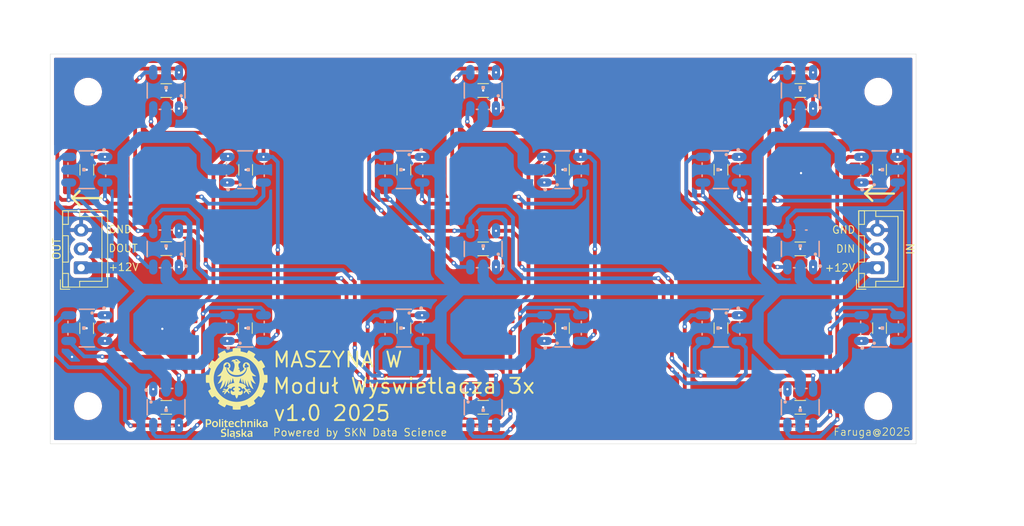
<source format=kicad_pcb>
(kicad_pcb (version 20241229) (generator "pcbnew") (generator_version "9.0")
  (layers (0 "F.Cu" signal) (2 "B.Cu" signal) (13 "F.Paste" user) (15 "B.Paste" user) (5 "F.SilkS" user "F.Silkscreen") (7 "B.SilkS" user "B.Silkscreen") (1 "F.Mask" user) (3 "B.Mask" user) (25 "Edge.Cuts" user))
  (net 0 "")
  (net 1 "GND")
  (net 2 "Net-(JST_IN1-Pin_2)")
  (net 3 "Net-(JST_OUT1-Pin_2)")
  (net 4 "Net-(U1-VCC)")
  (net 5 "Net-(U2-VCC)")
  (net 6 "Net-(U3-VCC)")
  (net 7 "Net-(U4-VCC)")
  (net 8 "Net-(U5-VCC)")
  (net 9 "Net-(U6-VCC)")
  (net 10 "Net-(U7-VCC)")
  (net 11 "Net-(U8-VCC)")
  (net 12 "Net-(U9-VCC)")
  (net 13 "Net-(U10-VCC)")
  (net 14 "Net-(U11-VCC)")
  (net 15 "Net-(U12-VCC)")
  (net 16 "Net-(U13-VCC)")
  (net 17 "Net-(U14-VCC)")
  (net 18 "Net-(U15-VCC)")
  (net 19 "Net-(U16-VCC)")
  (net 20 "Net-(U17-VCC)")
  (net 21 "Net-(U18-VCC)")
  (net 22 "Net-(U19-VCC)")
  (net 23 "Net-(U21-VCC)")
  (net 24 "+12V")
  (net 25 "Net-(U1-DO)")
  (net 26 "Net-(U2-DO)")
  (net 27 "Net-(U3-DO)")
  (net 28 "Net-(U4-DO)")
  (net 29 "Net-(U5-DO)")
  (net 30 "Net-(U6-DO)")
  (net 31 "Net-(U7-DO)")
  (net 32 "Net-(U10-BIN)")
  (net 33 "Net-(U10-DIN)")
  (net 34 "Net-(U10-DO)")
  (net 35 "Net-(U11-DO)")
  (net 36 "Net-(U12-DO)")
  (net 37 "Net-(U13-DO)")
  (net 38 "Net-(U14-DO)")
  (net 39 "Net-(U15-DO)")
  (net 40 "Net-(U16-DO)")
  (net 41 "Net-(U17-DO)")
  (net 42 "Net-(U18-DO)")
  (net 43 "Net-(U19-DO)")
  (net 44 "Net-(U20-DO)")
  (net 45 "Net-(U20-VCC)")
  (footprint "Capacitor_SMD:C_1206_3216Metric_Pad1.33x1.80mm_HandSolder" (layer "F.Cu") (at 189.5 131.5 -90)
    (property "Reference" "C7" (hide yes))
    (property "Value" "100n" (hide yes))
  )
  (footprint "MountingHole:MountingHole_3.2mm_M3" (layer "F.Cu") (at 105.66 141.84)
    (property "Reference" "REF**" (hide yes))
    (property "Value" "MountingHole_3.2mm_M3" (hide yes))
  )
  (footprint "Capacitor_SMD:C_1206_3216Metric_Pad1.33x1.80mm_HandSolder" (layer "F.Cu") (at 105.5 110.51 -90)
    (property "Reference" "C16" (hide yes))
    (property "Value" "100n" (hide yes))
  )
  (footprint "Capacitor_SMD:C_1206_3216Metric_Pad1.33x1.80mm_HandSolder" (layer "F.Cu") (at 147.5 110.5 -90)
    (property "Reference" "C9" (hide yes))
    (property "Value" "100n" (hide yes))
  )
  (footprint "Capacitor_SMD:C_1206_3216Metric_Pad1.33x1.80mm_HandSolder" (layer "F.Cu") (at 210.5 110.5 90)
    (property "Reference" "C4" (hide yes))
    (property "Value" "100n" (hide yes))
  )
  (footprint "Capacitor_SMD:C_1206_3216Metric_Pad1.33x1.80mm_HandSolder" (layer "F.Cu") (at 189.5 110.5 -90)
    (property "Reference" "C2" (hide yes))
    (property "Value" "100n" (hide yes))
  )
  (footprint "Connector_JST:JST_XH_B3B-XH-A_1x03_P2.50mm_Vertical" (layer "F.Cu") (at 104.75 123.5 90)
    (property "Reference" "OUT")
    (property "Value" "Conn_01x03_Pin" (hide yes))
  )
  (footprint "Capacitor_SMD:C_1206_3216Metric_Pad1.33x1.80mm_HandSolder" (layer "F.Cu") (at 147.5 131.5 -90)
    (property "Reference" "C14" (hide yes))
    (property "Value" "100n" (hide yes))
  )
  (footprint "Capacitor_SMD:C_1206_3216Metric_Pad1.33x1.80mm_HandSolder" (layer "F.Cu") (at 168.5 110.5 90)
    (property "Reference" "C11" (hide yes))
    (property "Value" "100n" (hide yes))
  )
  (footprint "LOGO" (layer "F.Cu") (at 125.35 140.118923)
    (property "Reference" "G***" (hide yes))
    (property "Value" "LOGO" (hide yes))
  )
  (footprint "Capacitor_SMD:C_1206_3216Metric_Pad1.33x1.80mm_HandSolder" (layer "F.Cu") (at 105.48 131.52 -90)
    (property "Reference" "C21" (hide yes))
    (property "Value" "100n" (hide yes))
  )
  (footprint "Connector_JST:JST_XH_B3B-XH-A_1x03_P2.50mm_Vertical" (layer "F.Cu") (at 210.2 123.5 90)
    (property "Reference" "IN")
    (property "Value" "Conn_01x03_Pin" (hide yes))
  )
  (footprint "MountingHole:MountingHole_3.2mm_M3" (layer "F.Cu") (at 210.34 100.16)
    (property "Reference" "REF**" (hide yes))
    (property "Value" "MountingHole_3.2mm_M3" (hide yes))
  )
  (footprint "Capacitor_SMD:C_1206_3216Metric_Pad1.33x1.80mm_HandSolder" (layer "F.Cu") (at 116.02 100.01 180)
    (property "Reference" "C17" (hide yes))
    (property "Value" "100n" (hide yes))
  )
  (footprint "Capacitor_SMD:C_1206_3216Metric_Pad1.33x1.80mm_HandSolder" (layer "F.Cu") (at 200 142)
    (property "Reference" "C6" (hide yes))
    (property "Value" "100n" (hide yes))
  )
  (footprint "Capacitor_SMD:C_1206_3216Metric_Pad1.33x1.80mm_HandSolder" (layer "F.Cu") (at 168.5 131.5 90)
    (property "Reference" "C12" (hide yes))
    (property "Value" "100n" (hide yes))
  )
  (footprint "Capacitor_SMD:C_1206_3216Metric_Pad1.33x1.80mm_HandSolder" (layer "F.Cu") (at 158 100 180)
    (property "Reference" "C10" (hide yes))
    (property "Value" "100n" (hide yes))
  )
  (footprint "Capacitor_SMD:C_1206_3216Metric_Pad1.33x1.80mm_HandSolder" (layer "F.Cu") (at 158 142)
    (property "Reference" "C13" (hide yes))
    (property "Value" "100n" (hide yes))
  )
  (footprint "Capacitor_SMD:C_1206_3216Metric_Pad1.33x1.80mm_HandSolder" (layer "F.Cu") (at 210.5 131.5 90)
    (property "Reference" "C5" (hide yes))
    (property "Value" "100n" (hide yes))
  )
  (footprint "MountingHole:MountingHole_3.2mm_M3" (layer "F.Cu") (at 210.34 141.84)
    (property "Reference" "REF**" (hide yes))
    (property "Value" "MountingHole_3.2mm_M3" (hide yes))
  )
  (footprint "Capacitor_SMD:C_1206_3216Metric_Pad1.33x1.80mm_HandSolder" (layer "F.Cu") (at 116.02 120.97 180)
    (property "Reference" "C15" (hide yes))
    (property "Value" "100n" (hide yes))
  )
  (footprint "Capacitor_SMD:C_1206_3216Metric_Pad1.33x1.80mm_HandSolder" (layer "F.Cu") (at 116.02 142.01)
    (property "Reference" "C20" (hide yes))
    (property "Value" "100n" (hide yes))
  )
  (footprint "Capacitor_SMD:C_1206_3216Metric_Pad1.33x1.80mm_HandSolder" (layer "F.Cu") (at 126.54 110.52 90)
    (property "Reference" "C18" (hide yes))
    (property "Value" "100n" (hide yes))
  )
  (footprint "Capacitor_SMD:C_1206_3216Metric_Pad1.33x1.80mm_HandSolder" (layer "F.Cu") (at 200 121 180)
    (property "Reference" "C1" (hide yes))
    (property "Value" "100n" (hide yes))
  )
  (footprint "Capacitor_SMD:C_1206_3216Metric_Pad1.33x1.80mm_HandSolder" (layer "F.Cu") (at 126.5 131.5 90)
    (property "Reference" "C19" (hide yes))
    (property "Value" "100n" (hide yes))
  )
  (footprint "Capacitor_SMD:C_1206_3216Metric_Pad1.33x1.80mm_HandSolder" (layer "F.Cu") (at 200 100 180)
    (property "Reference" "C3" (hide yes))
    (property "Value" "100n" (hide yes))
  )
  (footprint "MountingHole:MountingHole_3.2mm_M3" (layer "F.Cu") (at 105.66 100.16)
    (property "Reference" "REF**" (hide yes))
    (property "Value" "MountingHole_3.2mm_M3" (hide yes))
  )
  (footprint "Capacitor_SMD:C_1206_3216Metric_Pad1.33x1.80mm_HandSolder" (layer "F.Cu") (at 158 121 180)
    (property "Reference" "C8" (hide yes))
    (property "Value" "100n" (hide yes))
  )
  (footprint "LEDS:LED-TRICOLOR-5050" (layer "B.Cu") (at 116 142 -90)
    (property "Reference" "U20" (hide yes))
    (property "Value" "WS2815" (hide yes))
  )
  (footprint "LEDS:LED-TRICOLOR-5050" (layer "B.Cu") (at 105.5 131.5 180)
    (property "Reference" "U21" (hide yes))
    (property "Value" "WS2815" (hide yes))
  )
  (footprint "LEDS:LED-TRICOLOR-5050" (layer "B.Cu") (at 116 121 90)
    (property "Reference" "U15" (hide yes))
    (property "Value" "WS2815" (hide yes))
  )
  (footprint "LEDS:LED-TRICOLOR-5050" (layer "B.Cu") (at 168.5 110.5)
    (property "Reference" "U11" (hide yes))
    (property "Value" "WS2815" (hide yes))
  )
  (footprint "LEDS:LED-TRICOLOR-5050" (layer "B.Cu") (at 200 100 90)
    (property "Reference" "U3" (hide yes))
    (property "Value" "WS2815" (hide yes))
  )
  (footprint "LEDS:LED-TRICOLOR-5050" (layer "B.Cu") (at 189.5 131.5 180)
    (property "Reference" "U7" (hide yes))
    (property "Value" "WS2815" (hide yes))
  )
  (footprint "LEDS:LED-TRICOLOR-5050" (layer "B.Cu") (at 158 142 -90)
    (property "Reference" "U13" (hide yes))
    (property "Value" "WS2815" (hide yes))
  )
  (footprint "LEDS:LED-TRICOLOR-5050" (layer "B.Cu") (at 210.5 110.5)
    (property "Reference" "U4" (hide yes))
    (property "Value" "WS2815" (hide yes))
  )
  (footprint "LEDS:LED-TRICOLOR-5050" (layer "B.Cu") (at 147.5 131.5 180)
    (property "Reference" "U14" (hide yes))
    (property "Value" "WS2815" (hide yes))
  )
  (footprint "LEDS:LED-TRICOLOR-5050" (layer "B.Cu") (at 168.5 131.5)
    (property "Reference" "U12" (hide yes))
    (property "Value" "WS2815" (hide yes))
  )
  (footprint "LEDS:LED-TRICOLOR-5050" (layer "B.Cu") (at 158 121 90)
    (property "Reference" "U8" (hide yes))
    (property "Value" "WS2815" (hide yes))
  )
  (footprint "LEDS:LED-TRICOLOR-5050" (layer "B.Cu") (at 126.5 131.5)
    (property "Reference" "U19" (hide yes))
    (property "Value" "WS2815" (hide yes))
  )
  (footprint "LEDS:LED-TRICOLOR-5050" (layer "B.Cu") (at 147.5 110.5 180)
    (property "Reference" "U9" (hide yes))
    (property "Value" "WS2815" (hide yes))
  )
  (footprint "LEDS:LED-TRICOLOR-5050" (layer "B.Cu") (at 210.5 131.5)
    (property "Reference" "U5" (hide yes))
    (property "Value" "WS2815" (hide yes))
  )
  (footprint "LEDS:LED-TRICOLOR-5050" (layer "B.Cu") (at 200 142 -90)
    (property "Reference" "U6" (hide yes))
    (property "Value" "WS2815" (hide yes))
  )
  (footprint "LEDS:LED-TRICOLOR-5050" (layer "B.Cu") (at 158 100 90)
    (property "Reference" "U10" (hide yes))
    (property "Value" "WS2815" (hide yes))
  )
  (footprint "LEDS:LED-TRICOLOR-5050" (layer "B.Cu") (at 189.5 110.5 180)
    (property "Reference" "U2" (hide yes))
    (property "Value" "WS2815" (hide yes))
  )
  (footprint "LEDS:LED-TRICOLOR-5050" (layer "B.Cu") (at 126.5 110.5)
    (property "Reference" "U18" (hide yes))
    (property "Value" "WS2815" (hide yes))
  )
  (footprint "LEDS:LED-TRICOLOR-5050" (layer "B.Cu") (at 116 100 90)
    (property "Reference" "U17" (hide yes))
    (property "Value" "WS2815" (hide yes))
  )
  (footprint "LEDS:LED-TRICOLOR-5050" (layer "B.Cu") (at 200 121 90)
    (property "Reference" "U1" (hide yes))
    (property "Value" "WS2815" (hide yes))
  )
  (footprint "LEDS:LED-TRICOLOR-5050" (layer "B.Cu") (at 105.5 110.5 180)
    (property "Reference" "U16" (hide yes))
    (property "Value" "WS2815" (hide yes))
  )
  (gr_line (start 100.66 95.16) (end 215.34 95.16) (stroke (width 0.05)) (layer "Edge.Cuts"))
  (gr_line (start 215.34 95.16) (end 215.34 146.84) (stroke (width 0.05)) (layer "Edge.Cuts"))
  (gr_line (start 100.66 146.84) (end 100.66 95.16) (stroke (width 0.05)) (layer "Edge.Cuts"))
  (gr_line (start 100.66 146.84) (end 215.34 146.84) (stroke (width 0.05)) (layer "Edge.Cuts"))
  (gr_text "DOUT" (at 108.3 121.5 0) (layer "F.SilkS") (effects (font (size 1 1) (thickness 0.125)) (justify left bottom)))
  (gr_text "+12V" (at 207.35 123.5 0) (layer "F.SilkS") (effects (font (size 1 1) (thickness 0.125)) (justify right)))
  (gr_text "←" (at 102.2 116.8 0) (layer "F.SilkS") (effects (font (size 5 5) (thickness 0.3)) (justify left bottom)))
  (gr_text "v1.0 2025 " (at 130.1 143.95 0) (layer "F.SilkS") (effects (font (size 2 2) (thickness 0.25) (bold yes)) (justify left bottom)))
  (gr_text "Powered by SKN Data Science" (at 130.09 145.34 0) (layer "F.SilkS") (effects (font (size 1 1) (thickness 0.125)) (justify left)))
  (gr_text "GND" (at 207.35 118.47 0) (layer "F.SilkS") (effects (font (size 1 1) (thickness 0.125)) (justify right)))
  (gr_text "←" (at 207.2 116.2 0) (layer "F.SilkS") (effects (font (size 5 5) (thickness 0.3)) (justify left bottom)))
  (gr_text "+12V" (at 108.3 124 0) (layer "F.SilkS") (effects (font (size 1 1) (thickness 0.125)) (justify left bottom)))
  (gr_text "GND" (at 108.3 119 0) (layer "F.SilkS") (effects (font (size 1 1) (thickness 0.125)) (justify left bottom)))
  (gr_text "Moduł Wyświetlacza 3x" (at 130 140.35 0) (layer "F.SilkS") (effects (font (size 2 2) (thickness 0.25) (bold yes)) (justify left bottom)))
  (gr_text "DIN" (at 207.35 120.99 0) (layer "F.SilkS") (effects (font (size 1 1) (thickness 0.125)) (justify right)))
  (gr_text "MASZYNA W" (at 130 136.85 0) (layer "F.SilkS") (effects (font (size 2 2) (thickness 0.25) (bold yes)) (justify left bottom)))
  (gr_text "Faruga@2025" (at 214.66 145.85 0) (layer "F.SilkS") (effects (font (size 1 1) (thickness 0.1)) (justify right bottom)))
  (via (at 105.48 131.52) (size 0.6) (drill 0.3) (layers "F.Cu" "B.Cu") (net 1))
  (via (at 126.53 110.51) (size 0.6) (drill 0.3) (layers "F.Cu" "B.Cu") (net 1))
  (via (at 116.02 120.97) (size 0.6) (drill 0.3) (layers "F.Cu" "B.Cu") (net 1))
  (via (at 147.5 110.5) (size 0.6) (drill 0.3) (layers "F.Cu" "B.Cu") (net 1))
  (via (at 105.49 110.51) (size 0.6) (drill 0.3) (layers "F.Cu" "B.Cu") (net 1))
  (via (at 158 121) (size 0.6) (drill 0.3) (layers "F.Cu" "B.Cu") (net 1))
  (via (at 189.5 110.5) (size 0.6) (drill 0.3) (layers "F.Cu" "B.Cu") (net 1))
  (via (at 103.54 135.32) (size 0.6) (drill 0.3) (layers "F.Cu" "B.Cu") (net 1))
  (via (at 168.5 110.5) (size 0.6) (drill 0.3) (layers "F.Cu" "B.Cu") (net 1))
  (via (at 158 100) (size 0.6) (drill 0.3) (layers "F.Cu" "B.Cu") (net 1))
  (via (at 200 142) (size 0.6) (drill 0.3) (layers "F.Cu" "B.Cu") (net 1))
  (via (at 126.5 131.5) (size 0.6) (drill 0.3) (layers "F.Cu" "B.Cu") (net 1))
  (via (at 116.02 100.01) (size 0.6) (drill 0.3) (layers "F.Cu" "B.Cu") (net 1))
  (via (at 189.5 131.5) (size 0.6) (drill 0.3) (layers "F.Cu" "B.Cu") (net 1))
  (via (at 158 142) (size 0.6) (drill 0.3) (layers "F.Cu" "B.Cu") (net 1))
  (via (at 210.5 131.5) (size 0.6) (drill 0.3) (layers "F.Cu" "B.Cu") (net 1))
  (via (at 200.1 110.95) (size 0.6) (drill 0.3) (layers "F.Cu" "B.Cu") (net 1))
  (via (at 210.5 110.5) (size 0.6) (drill 0.3) (layers "F.Cu" "B.Cu") (net 1))
  (via (at 200 100) (size 0.6) (drill 0.3) (layers "F.Cu" "B.Cu") (net 1))
  (via (at 116.02 142.01) (size 0.6) (drill 0.3) (layers "F.Cu" "B.Cu") (net 1))
  (via (at 115.5 131.6) (size 0.6) (drill 0.3) (layers "F.Cu" "B.Cu") (net 1))
  (via (at 168.5 131.5) (size 0.6) (drill 0.3) (layers "F.Cu" "B.Cu") (net 1))
  (via (at 147.5 131.5) (size 0.6) (drill 0.3) (layers "F.Cu" "B.Cu") (net 1))
  (via (at 200 121) (size 0.6) (drill 0.3) (layers "F.Cu" "B.Cu") (net 1))
  (segment (start 186.5 115.9) (end 189.2 118.6) (width 0.5) (layer "F.Cu") (net 2))
  (segment (start 189.2 118.6) (end 196.2 118.6) (width 0.5) (layer "F.Cu") (net 2))
  (via (at 186.5 115.9) (size 0.6) (drill 0.3) (layers "F.Cu" "B.Cu") (net 2))
  (via (at 196.2 118.6) (size 0.6) (drill 0.3) (layers "F.Cu" "B.Cu") (net 2))
  (segment (start 198.3 118.6) (end 196.2 118.6) (width 0.5) (layer "B.Cu") (net 2))
  (segment (start 186.5 115.9) (end 184.9 114.3) (width 0.5) (layer "B.Cu") (net 2))
  (segment (start 198.3 117) (end 199.4 115.9) (width 0.5) (layer "B.Cu") (net 2))
  (segment (start 185.7 108.8) (end 187.1 108.8) (width 0.5) (layer "B.Cu") (net 2))
  (segment (start 209.1 121) (end 210.2 121) (width 0.5) (layer "B.Cu") (net 2))
  (segment (start 204 115.9) (end 209.1 121) (width 0.5) (layer "B.Cu") (net 2))
  (segment (start 184.9 114.3) (end 184.9 109.6) (width 0.5) (layer "B.Cu") (net 2))
  (segment (start 184.9 109.6) (end 185.7 108.8) (width 0.5) (layer "B.Cu") (net 2))
  (segment (start 199.4 115.9) (end 204 115.9) (width 0.5) (layer "B.Cu") (net 2))
  (segment (start 198.3 118.6) (end 198.3 117) (width 0.5) (layer "B.Cu") (net 2))
  (segment (start 108.8 132.3) (end 108.8 123.5) (width 0.5) (layer "F.Cu") (net 3))
  (segment (start 107.9 133.2) (end 108.8 132.3) (width 0.5) (layer "F.Cu") (net 3))
  (segment (start 108.8 123.5) (end 106.3 121) (width 0.5) (layer "F.Cu") (net 3))
  (segment (start 106.3 121) (end 104.75 121) (width 0.5) (layer "F.Cu") (net 3))
  (via (at 107.9 133.2) (size 0.6) (drill 0.3) (layers "F.Cu" "B.Cu") (net 3))
  (segment (start 201.7 121.1375) (end 201.5625 121) (width 0.5) (layer "F.Cu") (net 4))
  (segment (start 201.7 123.4) (end 201.7 121.1375) (width 0.5) (layer "F.Cu") (net 4))
  (via (at 201.7 123.4) (size 0.6) (drill 0.3) (layers "F.Cu" "B.Cu") (net 4))
  (segment (start 191.9 108.8) (end 189.6375 108.8) (width 0.5) (layer "F.Cu") (net 5))
  (segment (start 189.6375 108.8) (end 189.5 108.9375) (width 0.5) (layer "F.Cu") (net 5))
  (via (at 191.9 108.8) (size 0.6) (drill 0.3) (layers "F.Cu" "B.Cu") (net 5))
  (segment (start 201.7 102.4) (end 201.7 100.1375) (width 0.5) (layer "F.Cu") (net 6))
  (segment (start 201.7 100.1375) (end 201.5625 100) (width 0.5) (layer "F.Cu") (net 6))
  (via (at 201.7 102.4) (size 0.6) (drill 0.3) (layers "F.Cu" "B.Cu") (net 6))
  (segment (start 210.3625 112.2) (end 210.5 112.0625) (width 0.5) (layer "F.Cu") (net 7))
  (segment (start 208.1 112.2) (end 210.3625 112.2) (width 0.5) (layer "F.Cu") (net 7))
  (via (at 208.1 112.2) (size 0.6) (drill 0.3) (layers "F.Cu" "B.Cu") (net 7))
  (segment (start 210.3625 133.2) (end 210.5 133.0625) (width 0.5) (layer "F.Cu") (net 8))
  (segment (start 208.1 133.2) (end 210.3625 133.2) (width 0.5) (layer "F.Cu") (net 8))
  (via (at 208.1 133.2) (size 0.6) (drill 0.3) (layers "F.Cu" "B.Cu") (net 8))
  (segment (start 198.3 141.8625) (end 198.4375 142) (width 0.5) (layer "F.Cu") (net 9))
  (segment (start 198.3 139.6) (end 198.3 141.8625) (width 0.5) (layer "F.Cu") (net 9))
  (via (at 198.3 139.6) (size 0.6) (drill 0.3) (layers "F.Cu" "B.Cu") (net 9))
  (segment (start 191.9 129.8) (end 189.6375 129.8) (width 0.5) (layer "F.Cu") (net 10))
  (segment (start 189.6375 129.8) (end 189.5 129.9375) (width 0.5) (layer "F.Cu") (net 10))
  (via (at 191.9 129.8) (size 0.6) (drill 0.3) (layers "F.Cu" "B.Cu") (net 10))
  (segment (start 159.7 121.1375) (end 159.5625 121) (width 0.5) (layer "F.Cu") (net 11))
  (segment (start 159.7 123.4) (end 159.7 121.1375) (width 0.5) (layer "F.Cu") (net 11))
  (via (at 159.7 123.4) (size 0.6) (drill 0.3) (layers "F.Cu" "B.Cu") (net 11))
  (segment (start 147.6375 108.8) (end 147.5 108.9375) (width 0.5) (layer "F.Cu") (net 12))
  (segment (start 149.9 108.8) (end 147.6375 108.8) (width 0.5) (layer "F.Cu") (net 12))
  (via (at 149.9 108.8) (size 0.6) (drill 0.3) (layers "F.Cu" "B.Cu") (net 12))
  (segment (start 159.7 102.4) (end 159.7 100.1375) (width 0.5) (layer "F.Cu") (net 13))
  (segment (start 159.7 100.1375) (end 159.5625 100) (width 0.5) (layer "F.Cu") (net 13))
  (via (at 159.7 102.4) (size 0.6) (drill 0.3) (layers "F.Cu" "B.Cu") (net 13))
  (segment (start 168.3625 112.2) (end 168.5 112.0625) (width 0.5) (layer "F.Cu") (net 14))
  (segment (start 166.1 112.2) (end 168.3625 112.2) (width 0.5) (layer "F.Cu") (net 14))
  (via (at 166.1 112.2) (size 0.6) (drill 0.3) (layers "F.Cu" "B.Cu") (net 14))
  (segment (start 166.1 133.2) (end 168.3625 133.2) (width 0.5) (layer "F.Cu") (net 15))
  (segment (start 168.3625 133.2) (end 168.5 133.0625) (width 0.5) (layer "F.Cu") (net 15))
  (via (at 166.1 133.2) (size 0.6) (drill 0.3) (layers "F.Cu" "B.Cu") (net 15))
  (segment (start 156.3 141.8625) (end 156.4375 142) (width 0.5) (layer "F.Cu") (net 16))
  (segment (start 156.3 139.6) (end 156.3 141.8625) (width 0.5) (layer "F.Cu") (net 16))
  (via (at 156.3 139.6) (size 0.6) (drill 0.3) (layers "F.Cu" "B.Cu") (net 16))
  (segment (start 147.6375 129.8) (end 147.5 129.9375) (width 0.5) (layer "F.Cu") (net 17))
  (segment (start 149.9 129.8) (end 147.6375 129.8) (width 0.5) (layer "F.Cu") (net 17))
  (via (at 149.9 129.8) (size 0.6) (drill 0.3) (layers "F.Cu" "B.Cu") (net 17))
  (segment (start 117.7 123.4) (end 117.7 121.0875) (width 0.5) (layer "F.Cu") (net 18))
  (segment (start 117.7 121.0875) (end 117.5825 120.97) (width 0.5) (layer "F.Cu") (net 18))
  (via (at 117.7 123.4) (size 0.6) (drill 0.3) (layers "F.Cu" "B.Cu") (net 18))
  (segment (start 107.9 108.8) (end 105.6475 108.8) (width 0.5) (layer "F.Cu") (net 19))
  (segment (start 105.6475 108.8) (end 105.5 108.9475) (width 0.5) (layer "F.Cu") (net 19))
  (via (at 107.9 108.8) (size 0.6) (drill 0.3) (layers "F.Cu" "B.Cu") (net 19))
  (segment (start 117.7 100.1275) (end 117.5825 100.01) (width 0.5) (layer "F.Cu") (net 20))
  (segment (start 117.7 102.4) (end 117.7 100.1275) (width 0.5) (layer "F.Cu") (net 20))
  (via (at 117.7 102.4) (size 0.6) (drill 0.3) (layers "F.Cu" "B.Cu") (net 20))
  (segment (start 124.1 112.2) (end 126.4225 112.2) (width 0.5) (layer "F.Cu") (net 21))
  (segment (start 126.4225 112.2) (end 126.54 112.0825) (width 0.5) (layer "F.Cu") (net 21))
  (via (at 124.1 112.2) (size 0.6) (drill 0.3) (layers "F.Cu" "B.Cu") (net 21))
  (segment (start 126.3625 133.2) (end 126.5 133.0625) (width 0.5) (layer "F.Cu") (net 22))
  (segment (start 124.1 133.2) (end 126.3625 133.2) (width 0.5) (layer "F.Cu") (net 22))
  (via (at 124.1 133.2) (size 0.6) (drill 0.3) (layers "F.Cu" "B.Cu") (net 22))
  (segment (start 105.6375 129.8) (end 105.48 129.9575) (width 0.5) (layer "F.Cu") (net 23))
  (segment (start 107.9 129.8) (end 105.6375 129.8) (width 0.5) (layer "F.Cu") (net 23))
  (via (at 107.9 129.8) (size 0.6) (drill 0.3) (layers "F.Cu" "B.Cu") (net 23))
  (segment (start 152.3 124) (end 154.7 126.4) (width 1.5) (layer "B.Cu") (net 24))
  (segment (start 191.9 131.5) (end 193.5 131.5) (width 1.5) (layer "B.Cu") (net 24))
  (segment (start 156 106.2) (end 158 104.2) (width 1.5) (layer "B.Cu") (net 24))
  (segment (start 112.6 106.2) (end 114 106.2) (width 1.5) (layer "B.Cu") (net 24))
  (segment (start 205.6 135.2) (end 205.6 132.4) (width 1.5) (layer "B.Cu") (net 24))
  (segment (start 122.5 131.5) (end 124.1 131.5) (width 1.5) (layer "B.Cu") (net 24))
  (segment (start 121.3 109.9) (end 121.9 110.5) (width 1.5) (layer "B.Cu") (net 24))
  (segment (start 116 104.2) (end 116 102.4) (width 1.5) (layer "B.Cu") (net 24))
  (segment (start 205.3 109.9) (end 205.9 110.5) (width 1.5) (layer "B.Cu") (net 24))
  (segment (start 155.1 126.4) (end 152.4 129.1) (width 1.5) (layer "B.Cu") (net 24))
  (segment (start 149.9 110.5) (end 151.5 110.5) (width 1.5) (layer "B.Cu") (net 24))
  (segment (start 110.4 133.8) (end 112.9 136.3) (width 1.5) (layer "B.Cu") (net 24))
  (segment (start 194.3 111.3) (end 194.3 113.1) (width 1.5) (layer "B.Cu") (net 24))
  (segment (start 154.7 126.4) (end 117.4 126.4) (width 1.5) (layer "B.Cu") (net 24))
  (segment (start 121.9 110.5) (end 124.1 110.5) (width 1.5) (layer "B.Cu") (net 24))
  (segment (start 109.5 131.5) (end 110.4 130.6) (width 1.5) (layer "B.Cu") (net 24))
  (segment (start 113.1 126.4) (end 110.4 129.1) (width 1.5) (layer "B.Cu") (net 24))
  (segment (start 204.5 136.3) (end 205.6 135.2) (width 1.5) (layer "B.Cu") (net 24))
  (segment (start 110.3 111.3) (end 110.3 108.5) (width 1.5) (layer "B.Cu") (net 24))
  (segment (start 203.5 106.2) (end 205.3 108) (width 1.5) (layer "B.Cu") (net 24))
  (segment (start 120.5 136.3) (end 121.6 135.2) (width 1.5) (layer "B.Cu") (net 24))
  (segment (start 206.5 131.5) (end 208.1 131.5) (width 1.5) (layer "B.Cu") (net 24))
  (segment (start 193.5 131.5) (end 194.4 130.6) (width 1.5) (layer "B.Cu") (net 24))
  (segment (start 198.3 136.3) (end 200 138) (width 1.5) (layer "B.Cu") (net 24))
  (segment (start 158 138) (end 158 139.6) (width 1.5) (layer "B.Cu") (net 24))
  (segment (start 200 125) (end 200 123.4) (width 1.5) (layer "B.Cu") (net 24))
  (segment (start 152.4 133.8) (end 154.9 136.3) (width 1.5) (layer "B.Cu") (net 24))
  (segment (start 149.9 131.5) (end 151.5 131.5) (width 1.5) (layer "B.Cu") (net 24))
  (segment (start 193.5 110.5) (end 194.3 111.3) (width 1.5) (layer "B.Cu") (net 24))
  (segment (start 194.3 111.3) (end 194.3 108.5) (width 1.5) (layer "B.Cu") (net 24))
  (segment (start 154.7 126.4) (end 156.1 126.4) (width 1.5) (layer "B.Cu") (net 24))
  (segment (start 110.4 130.6) (end 110.4 129.1) (width 1.5) (layer "B.Cu") (net 24))
  (segment (start 151.5 131.5) (end 152.4 130.6) (width 1.5) (layer "B.Cu") (net 24))
  (segment (start 194.4 129.1) (end 194.4 133.8) (width 1.5) (layer "B.Cu") (net 24))
  (segment (start 152.3 108.5) (end 154.6 106.2) (width 1.5) (layer "B.Cu") (net 24))
  (segment (start 163.6 132.4) (end 164.5 131.5) (width 1.5) (layer "B.Cu") (net 24))
  (segment (start 114.1 126.4) (end 113.1 126.4) (width 1.5) (layer "B.Cu") (net 24))
  (segment (start 116 125) (end 116 123.4) (width 1.5) (layer "B.Cu") (net 24))
  (segment (start 163.3 108) (end 163.3 109.9) (width 1.5) (layer "B.Cu") (net 24))
  (segment (start 114 106.2) (end 119.5 106.2) (width 1.5) (layer "B.Cu") (net 24))
  (segment (start 117.4 126.4) (end 114.1 126.4) (width 1.5) (layer "B.Cu") (net 24))
  (segment (start 201.4 126.4) (end 198.1 126.4) (width 1.5) (layer "B.Cu") (net 24))
  (segment (start 197.1 126.4) (end 194.4 129.1) (width 1.5) (layer "B.Cu") (net 24))
  (segment (start 196.7 126.4) (end 198.1 126.4) (width 1.5) (layer "B.Cu") (net 24))
  (segment (start 110.3 124) (end 110.3 122.6) (width 1.5) (layer "B.Cu") (net 24))
  (segment (start 114 106.2) (end 116 104.2) (width 1.5) (layer "B.Cu") (net 24))
  (segment (start 200 104.2) (end 200 102.4) (width 1.5) (layer "B.Cu") (net 24))
  (segment (start 162.5 136.3) (end 163.6 135.2) (width 1.5) (layer "B.Cu") (net 24))
  (segment (start 198.3 136.3) (end 204.5 136.3) (width 1.5) (layer "B.Cu") (net 24))
  (segment (start 114.3 136.3) (end 116 138) (width 1.5) (layer "B.Cu") (net 24))
  (segment (start 158 125) (end 158 123.4) (width 1.5) (layer "B.Cu") (net 24))
  (segment (start 205.7 126.4) (end 201.4 126.4) (width 1.5) (layer "B.Cu") (net 24))
  (segment (start 156.3 136.3) (end 162.5 136.3) (width 1.5) (layer "B.Cu") (net 24))
  (segment (start 205.9 110.5) (end 208.1 110.5) (width 1.5) (layer "B.Cu") (net 24))
  (segment (start 210.2 123.5) (end 208.6 123.5) (width 1.5) (layer "B.Cu") (net 24))
  (segment (start 191.9 110.5) (end 193.5 110.5) (width 1.5) (layer "B.Cu") (net 24))
  (segment (start 205.3 108) (end 205.3 109.9) (width 1.5) (layer "B.Cu") (net 24))
  (segment (start 156 106.2) (end 161.5 106.2) (width 1.5) (layer "B.Cu") (net 24))
  (segment (start 194.3 108.5) (end 196.6 106.2) (width 1.5) (layer "B.Cu") (net 24))
  (segment (start 117.4 126.4) (end 116 125) (width 1.5) (layer "B.Cu") (net 24))
  (segment (start 151.5 110.5) (end 152.3 111.3) (width 1.5) (layer "B.Cu") (net 24))
  (segment (start 198.1 126.4) (end 197.1 126.4) (width 1.5) (layer "B.Cu") (net 24))
  (segment (start 119.5 106.2) (end 121.3 108) (width 1.5) (layer "B.Cu") (net 24))
  (segment (start 109.8 123.5) (end 104.75 123.5) (width 1.5) (layer "B.Cu") (net 24))
  (segment (start 156.1 126.4) (end 155.1 126.4) (width 1.5) (layer "B.Cu") (net 24))
  (segment (start 110.3 111.3) (end 110.3 113.1) (width 1.5) (layer "B.Cu") (net 24))
  (segment (start 194.4 133.8) (end 196.9 136.3) (width 1.5) (layer "B.Cu") (net 24))
  (segment (start 198 106.2) (end 200 104.2) (width 1.5) (layer "B.Cu") (net 24))
  (segment (start 152.4 130.6) (end 152.4 129.1) (width 1.5) (layer "B.Cu") (net 24))
  (segment (start 152.3 113.1) (end 152.3 124) (width 1.5) (layer "B.Cu") (net 24))
  (segment (start 112.9 136.3) (end 114.3 136.3) (width 1.5) (layer "B.Cu") (net 24))
  (segment (start 154.6 106.2) (end 156 106.2) (width 1.5) (layer "B.Cu") (net 24))
  (segment (start 194.3 124) (end 196.7 126.4) (width 1.5) (layer "B.Cu") (net 24))
  (segment (start 107.9 110.5) (end 109.5 110.5) (width 1.5) (layer "B.Cu") (net 24))
  (segment (start 159.4 126.4) (end 196.7 126.4) (width 1.5) (layer "B.Cu") (net 24))
  (segment (start 208.6 123.5) (end 205.7 126.4) (width 1.5) (layer "B.Cu") (net 24))
  (segment (start 200 138) (end 200 139.6) (width 1.5) (layer "B.Cu") (net 24))
  (segment (start 163.3 109.9) (end 163.9 110.5) (width 1.5) (layer "B.Cu") (net 24))
  (segment (start 196.6 106.2) (end 198 106.2) (width 1.5) (layer "B.Cu") (net 24))
  (segment (start 159.4 126.4) (end 156.1 126.4) (width 1.5) (layer "B.Cu") (net 24))
  (segment (start 110.3 124) (end 112.7 126.4) (width 1.5) (layer "B.Cu") (net 24))
  (segment (start 121.3 108) (end 121.3 109.9) (width 1.5) (layer "B.Cu") (net 24))
  (segment (start 109.5 110.5) (end 110.3 111.3) (width 1.5) (layer "B.Cu") (net 24))
  (segment (start 114.3 136.3) (end 120.5 136.3) (width 1.5) (layer "B.Cu") (net 24))
  (segment (start 110.3 113.1) (end 110.3 124) (width 1.5) (layer "B.Cu") (net 24))
  (segment (start 152.3 111.3) (end 152.3 108.5) (width 1.5) (layer "B.Cu") (net 24))
  (segment (start 194.3 113.1) (end 194.3 124) (width 1.5) (layer "B.Cu") (net 24))
  (segment (start 152.3 111.3) (end 152.3 113.1) (width 1.5) (layer "B.Cu") (net 24))
  (segment (start 194.4 130.6) (end 194.4 129.1) (width 1.5) (layer "B.Cu") (net 24))
  (segment (start 201.4 126.4) (end 200 125) (width 1.5) (layer "B.Cu") (net 24))
  (segment (start 198 106.2) (end 203.5 106.2) (width 1.5) (layer "B.Cu") (net 24))
  (segment (start 110.4 129.1) (end 110.4 133.8) (width 1.5) (layer "B.Cu") (net 24))
  (segment (start 121.6 132.4) (end 122.5 131.5) (width 1.5) (layer "B.Cu") (net 24))
  (segment (start 107.9 131.5) (end 109.5 131.5) (width 1.5) (layer "B.Cu") (net 24))
  (segment (start 163.9 110.5) (end 166.1 110.5) (width 1.5) (layer "B.Cu") (net 24))
  (segment (start 152.4 129.1) (end 152.4 133.8) (width 1.5) (layer "B.Cu") (net 24))
  (segment (start 164.5 131.5) (end 166.1 131.5) (width 1.5) (layer "B.Cu") (net 24))
  (segment (start 154.9 136.3) (end 156.3 136.3) (width 1.5) (layer "B.Cu") (net 24))
  (segment (start 110.3 124) (end 109.8 123.5) (width 1.5) (layer "B.Cu") (net 24))
  (segment (start 121.6 135.2) (end 121.6 132.4) (width 1.5) (layer "B.Cu") (net 24))
  (segment (start 159.4 126.4) (end 158 125) (width 1.5) (layer "B.Cu") (net 24))
  (segment (start 161.5 106.2) (end 163.3 108) (width 1.5) (layer "B.Cu") (net 24))
  (segment (start 156.3 136.3) (end 158 138) (width 1.5) (layer "B.Cu") (net 24))
  (segment (start 158 104.2) (end 158 102.4) (width 1.5) (layer "B.Cu") (net 24))
  (segment (start 163.6 135.2) (end 163.6 132.4) (width 1.5) (layer "B.Cu") (net 24))
  (segment (start 205.6 132.4) (end 206.5 131.5) (width 1.5) (layer "B.Cu") (net 24))
  (segment (start 112.7 126.4) (end 114.1 126.4) (width 1.5) (layer "B.Cu") (net 24))
  (segment (start 116 138) (end 116 139.6) (width 1.5) (layer "B.Cu") (net 24))
  (segment (start 110.3 108.5) (end 112.6 106.2) (width 1.5) (layer "B.Cu") (net 24))
  (segment (start 196.9 136.3) (end 198.3 136.3) (width 1.5) (layer "B.Cu") (net 24))
  (segment (start 201.7 97.6) (end 201.2 97.1) (width 0.5) (layer "F.Cu") (net 25))
  (segment (start 184.9 113.2) (end 185.6 113.9) (width 0.5) (layer "F.Cu") (net 25))
  (segment (start 197 123.4) (end 196.6 123.4) (width 0.5) (layer "F.Cu") (net 25))
  (segment (start 185.6 113.9) (end 187.1 113.9) (width 0.5) (layer "F.Cu") (net 25))
  (segment (start 196.6 123.4) (end 192.9 119.7) (width 0.5) (layer "F.Cu") (net 25))
  (segment (start 186.2 97.1) (end 184.9 98.4) (width 0.5) (layer "F.Cu") (net 25))
  (segment (start 184.9 98.4) (end 184.9 113.2) (width 0.5) (layer "F.Cu") (net 25))
  (segment (start 201.2 97.1) (end 186.2 97.1) (width 0.5) (layer "F.Cu") (net 25))
  (via (at 197 123.4) (size 0.6) (drill 0.3) (layers "F.Cu" "B.Cu") (net 25))
  (via (at 192.9 119.7) (size 0.6) (drill 0.3) (layers "F.Cu" "B.Cu") (net 25))
  (via (at 201.7 97.6) (size 0.6) (drill 0.3) (layers "F.Cu" "B.Cu") (net 25))
  (via (at 187.1 113.9) (size 0.6) (drill 0.3) (layers "F.Cu" "B.Cu") (net 25))
  (segment (start 198.3 123.4) (end 197.1 123.4) (width 0.5) (layer "B.Cu") (net 25))
  (segment (start 192.9 119.7) (end 187.1 113.9) (width 0.5) (layer "B.Cu") (net 25))
  (segment (start 197.1 123.4) (end 197 123.4) (width 0.5) (layer "B.Cu") (net 25))
  (segment (start 187.1 113.9) (end 187.1 112.2) (width 0.5) (layer "B.Cu") (net 25))
  (segment (start 195.9 98.9) (end 196.5 98.3) (width 0.5) (layer "F.Cu") (net 26))
  (segment (start 192.4 114.6) (end 197 114.6) (width 0.5) (layer "F.Cu") (net 26))
  (segment (start 191.9 114) (end 191.9 114.1) (width 0.5) (layer "F.Cu") (net 26))
  (segment (start 197 114.6) (end 195.9 113.5) (width 0.5) (layer "F.Cu") (net 26))
  (segment (start 191.9 114.1) (end 192.4 114.6) (width 0.5) (layer "F.Cu") (net 26))
  (segment (start 195.9 113.5) (end 195.9 98.9) (width 0.5) (layer "F.Cu") (net 26))
  (via (at 197 114.6) (size 0.6) (drill 0.3) (layers "F.Cu" "B.Cu") (net 26))
  (via (at 191.9 114) (size 0.6) (drill 0.3) (layers "F.Cu" "B.Cu") (net 26))
  (via (at 196.5 98.3) (size 0.6) (drill 0.3) (layers "F.Cu" "B.Cu") (net 26))
  (segment (start 197.2 97.6) (end 198.3 97.6) (width 0.5) (layer "B.Cu") (net 26))
  (segment (start 211.2 114.6) (end 212.9 112.9) (width 0.5) (layer "B.Cu") (net 26))
  (segment (start 212.9 112.9) (end 212.9 112.2) (width 0.5) (layer "B.Cu") (net 26))
  (segment (start 191.9 114) (end 191.9 112.2) (width 0.5) (layer "B.Cu") (net 26))
  (segment (start 196.5 98.3) (end 197.2 97.6) (width 0.5) (layer "B.Cu") (net 26))
  (segment (start 197 114.6) (end 211.2 114.6) (width 0.5) (layer "B.Cu") (net 26))
  (segment (start 198 104.6) (end 198 104.2) (width 0.5) (layer "F.Cu") (net 27))
  (segment (start 211.4 105.7) (end 199.1 105.7) (width 0.5) (layer "F.Cu") (net 27))
  (segment (start 212.9 108.8) (end 212.9 107.2) (width 0.5) (layer "F.Cu") (net 27))
  (segment (start 212.9 107.2) (end 211.4 105.7) (width 0.5) (layer "F.Cu") (net 27))
  (segment (start 199.1 105.7) (end 198 104.6) (width 0.5) (layer "F.Cu") (net 27))
  (via (at 212.9 108.8) (size 0.6) (drill 0.3) (layers "F.Cu" "B.Cu") (net 27))
  (via (at 198 104.2) (size 0.6) (drill 0.3) (layers "F.Cu" "B.Cu") (net 27))
  (segment (start 198 102.7) (end 198 104.2) (width 0.5) (layer "B.Cu") (net 27))
  (segment (start 214.399 132.601) (end 213.8 133.2) (width 0.5) (layer "B.Cu") (net 27))
  (segment (start 213.8 133.2) (end 212.9 133.2) (width 0.5) (layer "B.Cu") (net 27))
  (segment (start 198.3 102.4) (end 198 102.7) (width 0.5) (layer "B.Cu") (net 27))
  (segment (start 212.9 108.8) (end 214.1 108.8) (width 0.5) (layer "B.Cu") (net 27))
  (segment (start 214.1 108.8) (end 214.399 109.099) (width 0.5) (layer "B.Cu") (net 27))
  (segment (start 198.3 102.4) (end 198.3 103.3) (width 0.5) (layer "B.Cu") (net 27))
  (segment (start 214.399 109.099) (end 214.399 132.601) (width 0.5) (layer "B.Cu") (net 27))
  (segment (start 208.1 108.8) (end 206.373404 108.8) (width 0.5) (layer "F.Cu") (net 28))
  (segment (start 204.9 110.273404) (end 204.9 129.6) (width 0.5) (layer "F.Cu") (net 28))
  (segment (start 206.373404 108.8) (end 204.9 110.273404) (width 0.5) (layer "F.Cu") (net 28))
  (segment (start 204.9 143.6) (end 204.9 129.6) (width 0.5) (layer "F.Cu") (net 28))
  (via (at 208.1 108.8) (size 0.6) (drill 0.3) (layers "F.Cu" "B.Cu") (net 28))
  (via (at 204.9 129.6) (size 0.6) (drill 0.3) (layers "F.Cu" "B.Cu") (net 28))
  (via (at 204.9 143.6) (size 0.6) (drill 0.3) (layers "F.Cu" "B.Cu") (net 28))
  (segment (start 204.9 143.6) (end 202.601 145.899) (width 0.5) (layer "B.Cu") (net 28))
  (segment (start 211.9 128.8) (end 212.9 129.8) (width 0.5) (layer "B.Cu") (net 28))
  (segment (start 205.7 128.8) (end 211.9 128.8) (width 0.5) (layer "B.Cu") (net 28))
  (segment (start 204.9 129.6) (end 205.7 128.8) (width 0.5) (layer "B.Cu") (net 28))
  (segment (start 198.3 145.5) (end 198.3 144.4) (width 0.5) (layer "B.Cu") (net 28))
  (segment (start 198.699 145.899) (end 198.3 145.5) (width 0.5) (layer "B.Cu") (net 28))
  (segment (start 202.601 145.899) (end 198.699 145.899) (width 0.5) (layer "B.Cu") (net 28))
  (segment (start 203.95 131.65) (end 203.95 143.05) (width 0.5) (layer "F.Cu") (net 29))
  (segment (start 184.7 141) (end 184.7 131.3) (width 0.5) (layer "F.Cu") (net 29))
  (segment (start 188.1 144.4) (end 184.7 141) (width 0.5) (layer "F.Cu") (net 29))
  (segment (start 203.95 143.05) (end 202.6 144.4) (width 0.5) (layer "F.Cu") (net 29))
  (segment (start 202.6 144.4) (end 188.1 144.4) (width 0.5) (layer "F.Cu") (net 29))
  (via (at 203.95 131.65) (size 0.6) (drill 0.3) (layers "F.Cu" "B.Cu") (net 29))
  (via (at 184.7 131.3) (size 0.6) (drill 0.3) (layers "F.Cu" "B.Cu") (net 29))
  (via (at 203.95 143.05) (size 0.6) (drill 0.3) (layers "F.Cu" "B.Cu") (net 29))
  (segment (start 184.7 131.3) (end 184.7 130.7) (width 0.5) (layer "B.Cu") (net 29))
  (segment (start 203.95 143.05) (end 202.6 144.4) (width 0.5) (layer "B.Cu") (net 29))
  (segment (start 203.95 131.65) (end 205.8 129.8) (width 0.5) (layer "B.Cu") (net 29))
  (segment (start 205.8 129.8) (end 208.1 129.8) (width 0.5) (layer "B.Cu") (net 29))
  (segment (start 202.6 144.4) (end 201.7 144.4) (width 0.5) (layer "B.Cu") (net 29))
  (segment (start 184.7 130.7) (end 185.6 129.8) (width 0.5) (layer "B.Cu") (net 29))
  (segment (start 185.6 129.8) (end 187.1 129.8) (width 0.5) (layer "B.Cu") (net 29))
  (segment (start 183 135.5) (end 183 125.4) (width 0.5) (layer "F.Cu") (net 30))
  (segment (start 162.8 123.1) (end 162.8 119.6) (width 0.5) (layer "F.Cu") (net 30))
  (segment (start 186.8 137.8) (end 201.7 137.8) (width 0.5) (layer "F.Cu") (net 30))
  (segment (start 163.125 123.425) (end 162.8 123.1) (width 0.5) (layer "F.Cu") (net 30))
  (segment (start 161.8 118.6) (end 159.7 118.6) (width 0.5) (layer "F.Cu") (net 30))
  (segment (start 183 125.4) (end 182.5 124.9) (width 0.5) (layer "F.Cu") (net 30))
  (segment (start 162.8 119.6) (end 161.8 118.6) (width 0.5) (layer "F.Cu") (net 30))
  (via (at 159.7 118.6) (size 0.6) (drill 0.3) (layers "F.Cu" "B.Cu") (net 30))
  (via (at 186.8 137.8) (size 0.6) (drill 0.3) (layers "F.Cu" "B.Cu") (net 30))
  (via (at 182.5 124.9) (size 0.6) (drill 0.3) (layers "F.Cu" "B.Cu") (net 30))
  (via (at 201.7 137.8) (size 0.6) (drill 0.3) (layers "F.Cu" "B.Cu") (net 30))
  (via (at 163.125 123.425) (size 0.6) (drill 0.3) (layers "F.Cu" "B.Cu") (net 30))
  (via (at 183 135.5) (size 0.6) (drill 0.3) (layers "F.Cu" "B.Cu") (net 30))
  (segment (start 183 135.68814) (end 183 135.5) (width 0.5) (layer "B.Cu") (net 30))
  (segment (start 201.7 139.6) (end 201.7 137.8) (width 0.5) (layer "B.Cu") (net 30))
  (segment (start 186.8 137.8) (end 185.11186 137.8) (width 0.5) (layer "B.Cu") (net 30))
  (segment (start 163.125 123.425) (end 163.5 123.8) (width 0.5) (layer "B.Cu") (net 30))
  (segment (start 186.8 137.8) (end 186 137) (width 0.5) (layer "B.Cu") (net 30))
  (segment (start 163.5 123.8) (end 181.4 123.8) (width 0.5) (layer "B.Cu") (net 30))
  (segment (start 186 137) (end 186 134.3) (width 0.5) (layer "B.Cu") (net 30))
  (segment (start 181.4 123.8) (end 182.5 124.9) (width 0.5) (layer "B.Cu") (net 30))
  (segment (start 186 134.3) (end 187.1 133.2) (width 0.5) (layer "B.Cu") (net 30))
  (segment (start 185.11186 137.8) (end 183 135.68814) (width 0.5) (layer "B.Cu") (net 30))
  (segment (start 147.2 118.6) (end 154.2 118.6) (width 0.5) (layer "F.Cu") (net 31))
  (segment (start 181.9 125.6) (end 181.2 124.9) (width 0.5) (layer "F.Cu") (net 31))
  (segment (start 183.032174 137) (end 181.9 135.867826) (width 0.5) (layer "F.Cu") (net 31))
  (segment (start 181.9 135.867826) (end 181.9 125.6) (width 0.5) (layer "F.Cu") (net 31))
  (segment (start 144.5 115.9) (end 147.2 118.6) (width 0.5) (layer "F.Cu") (net 31))
  (via (at 181.2 124.9) (size 0.6) (drill 0.3) (layers "F.Cu" "B.Cu") (net 31))
  (via (at 144.5 115.9) (size 0.6) (drill 0.3) (layers "F.Cu" "B.Cu") (net 31))
  (via (at 154.2 118.6) (size 0.6) (drill 0.3) (layers "F.Cu" "B.Cu") (net 31))
  (via (at 183.032174 137) (size 0.6) (drill 0.3) (layers "F.Cu" "B.Cu") (net 31))
  (segment (start 156.3 118.6) (end 154.2 118.6) (width 0.5) (layer "B.Cu") (net 31))
  (segment (start 160.9 115.8) (end 161.95 116.85) (width 0.5) (layer "B.Cu") (net 31))
  (segment (start 184.8 138.8) (end 191.5 138.8) (width 0.5) (layer "B.Cu") (net 31))
  (segment (start 192.8 134.1) (end 191.9 133.2) (width 0.5) (layer "B.Cu") (net 31))
  (segment (start 183.032174 137) (end 183.032174 137.032174) (width 0.5) (layer "B.Cu") (net 31))
  (segment (start 157.5 115.8) (end 160.9 115.8) (width 0.5) (layer "B.Cu") (net 31))
  (segment (start 142.9 114.3) (end 142.9 109.6) (width 0.5) (layer "B.Cu") (net 31))
  (segment (start 183.032174 137.032174) (end 184.8 138.8) (width 0.5) (layer "B.Cu") (net 31))
  (segment (start 191.5 138.8) (end 192.8 137.5) (width 0.5) (layer "B.Cu") (net 31))
  (segment (start 192.8 137.5) (end 192.8 134.1) (width 0.5) (layer "B.Cu") (net 31))
  (segment (start 163.35 124.9) (end 181.2 124.9) (width 0.5) (layer "B.Cu") (net 31))
  (segment (start 161.95 116.85) (end 161.95 123.5) (width 0.5) (layer "B.Cu") (net 31))
  (segment (start 144.5 115.9) (end 142.9 114.3) (width 0.5) (layer "B.Cu") (net 31))
  (segment (start 143.7 108.8) (end 145.1 108.8) (width 0.5) (layer "B.Cu") (net 31))
  (segment (start 156.3 117) (end 157.5 115.8) (width 0.5) (layer "B.Cu") (net 31))
  (segment (start 161.95 123.5) (end 163.35 124.9) (width 0.5) (layer "B.Cu") (net 31))
  (segment (start 156.3 118.6) (end 156.3 117) (width 0.5) (layer "B.Cu") (net 31))
  (segment (start 142.9 109.6) (end 143.7 108.8) (width 0.5) (layer "B.Cu") (net 31))
  (segment (start 142.9 98.4) (end 142.9 113.2) (width 0.5) (layer "F.Cu") (net 32))
  (segment (start 144.2 114.5) (end 145.6 114.5) (width 0.5) (layer "F.Cu") (net 32))
  (segment (start 145.6 114.5) (end 145.65 114.45) (width 0.5) (layer "F.Cu") (net 32))
  (segment (start 154.1 122.9) (end 150.7 119.5) (width 0.5) (layer "F.Cu") (net 32))
  (segment (start 159.7 97.6) (end 159.2 97.1) (width 0.5) (layer "F.Cu") (net 32))
  (segment (start 159.2 97.1) (end 144.2 97.1) (width 0.5) (layer "F.Cu") (net 32))
  (segment (start 142.9 113.2) (end 144.2 114.5) (width 0.5) (layer "F.Cu") (net 32))
  (segment (start 144.2 97.1) (end 142.9 98.4) (width 0.5) (layer "F.Cu") (net 32))
  (via (at 159.7 97.6) (size 0.6) (drill 0.3) (layers "F.Cu" "B.Cu") (net 32))
  (via (at 154.1 122.9) (size 0.6) (drill 0.3) (layers "F.Cu" "B.Cu") (net 32))
  (via (at 150.7 119.5) (size 0.6) (drill 0.3) (layers "F.Cu" "B.Cu") (net 32))
  (via (at 145.65 114.45) (size 0.6) (drill 0.3) (layers "F.Cu" "B.Cu") (net 32))
  (segment (start 145.1 113.9) (end 145.1 112.2) (width 0.5) (layer "B.Cu") (net 32))
  (segment (start 150.7 119.5) (end 145.65 114.45) (width 0.5) (layer "B.Cu") (net 32))
  (segment (start 156.3 123.4) (end 155.1 123.4) (width 0.5) (layer "B.Cu") (net 32))
  (segment (start 155.1 123.4) (end 154.6 123.4) (width 0.5) (layer "B.Cu") (net 32))
  (segment (start 154.6 123.4) (end 154.1 122.9) (width 0.5) (layer "B.Cu") (net 32))
  (segment (start 155.1 123.4) (end 155 123.4) (width 0.5) (layer "B.Cu") (net 32))
  (segment (start 145.65 114.45) (end 145.1 113.9) (width 0.5) (layer "B.Cu") (net 32))
  (segment (start 153.9 98.9) (end 154.5 98.3) (width 0.5) (layer "F.Cu") (net 33))
  (segment (start 153.9 113.5) (end 154.55 114.15) (width 0.5) (layer "F.Cu") (net 33))
  (segment (start 153.7 115) (end 154.55 114.15) (width 0.5) (layer "F.Cu") (net 33))
  (segment (start 150.5 115) (end 153.7 115) (width 0.5) (layer "F.Cu") (net 33))
  (segment (start 154.6 114.1) (end 162.7 114.1) (width 0.5) (layer "F.Cu") (net 33))
  (segment (start 153.9 98.9) (end 153.9 113.5) (width 0.5) (layer "F.Cu") (net 33))
  (segment (start 154.55 114.15) (end 154.6 114.1) (width 0.5) (layer "F.Cu") (net 33))
  (segment (start 149.9 114.4) (end 150.5 115) (width 0.5) (layer "F.Cu") (net 33))
  (via (at 162.7 114.1) (size 0.6) (drill 0.3) (layers "F.Cu" "B.Cu") (net 33))
  (via (at 149.9 114.4) (size 0.6) (drill 0.3) (layers "F.Cu" "B.Cu") (net 33))
  (via (at 154.5 98.3) (size 0.6) (drill 0.3) (layers "F.Cu" "B.Cu") (net 33))
  (segment (start 155.2 97.6) (end 156.3 97.6) (width 0.5) (layer "B.Cu") (net 33))
  (segment (start 163.6 115) (end 169.9 115) (width 0.5) (layer "B.Cu") (net 33))
  (segment (start 149.9 114.4) (end 149.9 112.2) (width 0.5) (layer "B.Cu") (net 33))
  (segment (start 170.9 114) (end 170.9 112.2) (width 0.5) (layer "B.Cu") (net 33))
  (segment (start 154.5 98.3) (end 155.2 97.6) (width 0.5) (layer "B.Cu") (net 33))
  (segment (start 169.9 115) (end 170.9 114) (width 0.5) (layer "B.Cu") (net 33))
  (segment (start 162.7 114.1) (end 163.6 115) (width 0.5) (layer "B.Cu") (net 33))
  (segment (start 172.8 121) (end 172.8 132.2) (width 0.5) (layer "F.Cu") (net 34))
  (segment (start 155.9 104.5) (end 155.9 104.1) (width 0.5) (layer "F.Cu") (net 34))
  (segment (start 172.8 132.2) (end 172.6 132.4) (width 0.5) (layer "F.Cu") (net 34))
  (segment (start 170.9 106.9) (end 169.6 105.6) (width 0.5) (layer "F.Cu") (net 34))
  (segment (start 170.9 108.8) (end 170.9 106.9) (width 0.5) (layer "F.Cu") (net 34))
  (segment (start 157 105.6) (end 155.9 104.5) (width 0.5) (layer "F.Cu") (net 34))
  (segment (start 169.6 105.6) (end 157 105.6) (width 0.5) (layer "F.Cu") (net 34))
  (via (at 155.9 104.1) (size 0.6) (drill 0.3) (layers "F.Cu" "B.Cu") (net 34))
  (via (at 170.9 108.8) (size 0.6) (drill 0.3) (layers "F.Cu" "B.Cu") (net 34))
  (via (at 172.8 121) (size 0.6) (drill 0.3) (layers "F.Cu" "B.Cu") (net 34))
  (via (at 172.6 132.4) (size 0.6) (drill 0.3) (layers "F.Cu" "B.Cu") (net 34))
  (segment (start 155.9 104.1) (end 155.9 102.8) (width 0.5) (layer "B.Cu") (net 34))
  (segment (start 172.8 109.5) (end 172.1 108.8) (width 0.5) (layer "B.Cu") (net 34))
  (segment (start 172.8 121) (end 172.8 109.5) (width 0.5) (layer "B.Cu") (net 34))
  (segment (start 171.8 133.2) (end 170.9 133.2) (width 0.5) (layer "B.Cu") (net 34))
  (segment (start 172.1 108.8) (end 170.9 108.8) (width 0.5) (layer "B.Cu") (net 34))
  (segment (start 172.399 132.601) (end 171.8 133.2) (width 0.5) (layer "B.Cu") (net 34))
  (segment (start 155.9 102.8) (end 156.3 102.4) (width 0.5) (layer "B.Cu") (net 34))
  (segment (start 162.9 128.2) (end 162.9 129.6) (width 0.5) (layer "F.Cu") (net 35))
  (segment (start 164 127.1) (end 162.9 128.2) (width 0.5) (layer "F.Cu") (net 35))
  (segment (start 162.9 129.6) (end 162.9 143.6) (width 0.5) (layer "F.Cu") (net 35))
  (segment (start 164 110.9) (end 164 127.1) (width 0.5) (layer "F.Cu") (net 35))
  (segment (start 166.1 108.8) (end 164 110.9) (width 0.5) (layer "F.Cu") (net 35))
  (segment (start 162.9 143.6) (end 161.6 144.9) (width 0.5) (layer "F.Cu") (net 35))
  (via (at 166.1 108.8) (size 0.6) (drill 0.3) (layers "F.Cu" "B.Cu") (net 35))
  (via (at 162.9 129.6) (size 0.6) (drill 0.3) (layers "F.Cu" "B.Cu") (net 35))
  (via (at 161.6 144.9) (size 0.6) (drill 0.3) (layers "F.Cu" "B.Cu") (net 35))
  (segment (start 156.699 145.899) (end 156.3 145.5) (width 0.5) (layer "B.Cu") (net 35))
  (segment (start 169.9 128.8) (end 170.9 129.8) (width 0.5) (layer "B.Cu") (net 35))
  (segment (start 162.9 129.6) (end 163.7 128.8) (width 0.5) (layer "B.Cu") (net 35))
  (segment (start 156.3 145.5) (end 156.3 144.4) (width 0.5) (layer "B.Cu") (net 35))
  (segment (start 160.601 145.899) (end 156.699 145.899) (width 0.5) (layer "B.Cu") (net 35))
  (segment (start 161.6 144.9) (end 160.601 145.899) (width 0.5) (layer "B.Cu") (net 35))
  (segment (start 163.7 128.8) (end 169.9 128.8) (width 0.5) (layer "B.Cu") (net 35))
  (segment (start 142.7 141) (end 142.7 131.3) (width 0.5) (layer "F.Cu") (net 36))
  (segment (start 160.6 144.4) (end 146.1 144.4) (width 0.5) (layer "F.Cu") (net 36))
  (segment (start 161.6 132) (end 161.6 142.9) (width 0.5) (layer "F.Cu") (net 36))
  (segment (start 146.1 144.4) (end 142.7 141) (width 0.5) (layer "F.Cu") (net 36))
  (segment (start 161.95 131.65) (end 161.6 132) (width 0.5) (layer "F.Cu") (net 36))
  (segment (start 161.6 142.9) (end 161.6 143.4) (width 0.5) (layer "F.Cu") (net 36))
  (segment (start 161.6 143.4) (end 160.6 144.4) (width 0.5) (layer "F.Cu") (net 36))
  (via (at 161.6 142.9) (size 0.6) (drill 0.3) (layers "F.Cu" "B.Cu") (net 36))
  (via (at 161.95 131.65) (size 0.6) (drill 0.3) (layers "F.Cu" "B.Cu") (net 36))
  (via (at 142.7 131.3) (size 0.6) (drill 0.3) (layers "F.Cu" "B.Cu") (net 36))
  (segment (start 143.6 129.8) (end 145.1 129.8) (width 0.5) (layer "B.Cu") (net 36))
  (segment (start 161.6 143.4) (end 160.6 144.4) (width 0.5) (layer "B.Cu") (net 36))
  (segment (start 161.95 131.65) (end 163.8 129.8) (width 0.5) (layer "B.Cu") (net 36))
  (segment (start 142.7 130.7) (end 143.6 129.8) (width 0.5) (layer "B.Cu") (net 36))
  (segment (start 142.7 131.3) (end 142.7 130.7) (width 0.5) (layer "B.Cu") (net 36))
  (segment (start 160.6 144.4) (end 159.7 144.4) (width 0.5) (layer "B.Cu") (net 36))
  (segment (start 161.6 142.9) (end 161.6 143.4) (width 0.5) (layer "B.Cu") (net 36))
  (segment (start 163.8 129.8) (end 166.1 129.8) (width 0.5) (layer "B.Cu") (net 36))
  (segment (start 144.6 137.8) (end 159.7 137.8) (width 0.5) (layer "F.Cu") (net 37))
  (segment (start 121.26 120.13) (end 119.76 118.63) (width 0.5) (layer "F.Cu") (net 37))
  (segment (start 121.26 122.98) (end 121.26 120.13) (width 0.5) (layer "F.Cu") (net 37))
  (segment (start 119.76 118.63) (end 117.73 118.63) (width 0.5) (layer "F.Cu") (net 37))
  (segment (start 117.73 118.63) (end 117.7 118.6) (width 0.5) (layer "F.Cu") (net 37))
  (segment (start 141 134.13) (end 141 125.4) (width 0.5) (layer "F.Cu") (net 37))
  (segment (start 141 125.4) (end 140.5 124.9) (width 0.5) (layer "F.Cu") (net 37))
  (via (at 140.5 124.9) (size 0.6) (drill 0.3) (layers "F.Cu" "B.Cu") (net 37))
  (via (at 144.6 137.8) (size 0.6) (drill 0.3) (layers "F.Cu" "B.Cu") (net 37))
  (via (at 159.7 137.8) (size 0.6) (drill 0.3) (layers "F.Cu" "B.Cu") (net 37))
  (via (at 121.26 122.98) (size 0.6) (drill 0.3) (layers "F.Cu" "B.Cu") (net 37))
  (via (at 141 134.13) (size 0.6) (drill 0.3) (layers "F.Cu" "B.Cu") (net 37))
  (via (at 117.7 118.6) (size 0.6) (drill 0.3) (layers "F.Cu" "B.Cu") (net 37))
  (segment (start 143.3 137.8) (end 144.6 137.8) (width 0.5) (layer "B.Cu") (net 37))
  (segment (start 159.7 139.6) (end 159.7 137.8) (width 0.5) (layer "B.Cu") (net 37))
  (segment (start 143.9 134.4) (end 145.1 133.2) (width 0.5) (layer "B.Cu") (net 37))
  (segment (start 143.9 137.1) (end 143.9 134.4) (width 0.5) (layer "B.Cu") (net 37))
  (segment (start 121.26 122.98) (end 121.26 123.06) (width 0.5) (layer "B.Cu") (net 37))
  (segment (start 139.4 123.8) (end 140.5 124.9) (width 0.5) (layer "B.Cu") (net 37))
  (segment (start 141 134.13) (end 141 135.5) (width 0.5) (layer "B.Cu") (net 37))
  (segment (start 121.26 123.06) (end 122 123.8) (width 0.5) (layer "B.Cu") (net 37))
  (segment (start 144.6 137.8) (end 143.9 137.1) (width 0.5) (layer "B.Cu") (net 37))
  (segment (start 141 135.5) (end 143.3 137.8) (width 0.5) (layer "B.Cu") (net 37))
  (segment (start 122 123.8) (end 139.4 123.8) (width 0.5) (layer "B.Cu") (net 37))
  (segment (start 109.55 115.95) (end 112.2 118.6) (width 0.5) (layer "F.Cu") (net 38))
  (segment (start 104.4 115.95) (end 109.55 115.95) (width 0.5) (layer "F.Cu") (net 38))
  (segment (start 141.64 137.64) (end 139.9 135.9) (width 0.5) (layer "F.Cu") (net 38))
  (segment (start 139.9 125.6) (end 139.2 124.9) (width 0.5) (layer "F.Cu") (net 38))
  (segment (start 139.9 135.9) (end 139.9 125.6) (width 0.5) (layer "F.Cu") (net 38))
  (via (at 139.2 124.9) (size 0.6) (drill 0.3) (layers "F.Cu" "B.Cu") (net 38))
  (via (at 104.4 115.95) (size 0.6) (drill 0.3) (layers "F.Cu" "B.Cu") (net 38))
  (via (at 112.3 118.6) (size 0.6) (drill 0.3) (layers "F.Cu" "B.Cu") (net 38))
  (via (at 141.64 137.64) (size 0.6) (drill 0.3) (layers "F.Cu" "B.Cu") (net 38))
  (segment (start 114.3 117) (end 115.5 115.8) (width 0.5) (layer "B.Cu") (net 38))
  (segment (start 101.6 109.4) (end 102.2 108.8) (width 0.5) (layer "B.Cu") (net 38))
  (segment (start 142.6 138.6) (end 149.4 138.6) (width 0.5) (layer "B.Cu") (net 38))
  (segment (start 149.4 138.6) (end 150.3 137.7) (width 0.5) (layer "B.Cu") (net 38))
  (segment (start 141.64 137.64) (end 142.6 138.6) (width 0.5) (layer "B.Cu") (net 38))
  (segment (start 120.23 123.47) (end 121.66 124.9) (width 0.5) (layer "B.Cu") (net 38))
  (segment (start 120.23 117.16) (end 120.23 123.47) (width 0.5) (layer "B.Cu") (net 38))
  (segment (start 114.3 118.6) (end 114.3 117) (width 0.5) (layer "B.Cu") (net 38))
  (segment (start 118.87 115.8) (end 120.23 117.16) (width 0.5) (layer "B.Cu") (net 38))
  (segment (start 114.3 118.6) (end 112.2 118.6) (width 0.5) (layer "B.Cu") (net 38))
  (segment (start 121.66 124.9) (end 139.2 124.9) (width 0.5) (layer "B.Cu") (net 38))
  (segment (start 101.6 115) (end 101.6 109.4) (width 0.5) (layer "B.Cu") (net 38))
  (segment (start 104.4 115.95) (end 102.55 115.95) (width 0.5) (layer "B.Cu") (net 38))
  (segment (start 102.55 115.95) (end 101.6 115) (width 0.5) (layer "B.Cu") (net 38))
  (segment (start 150.3 137.7) (end 150.3 133.6) (width 0.5) (layer "B.Cu") (net 38))
  (segment (start 115.5 115.8) (end 118.87 115.8) (width 0.5) (layer "B.Cu") (net 38))
  (segment (start 102.2 108.8) (end 103.1 108.8) (width 0.5) (layer "B.Cu") (net 38))
  (segment (start 150.3 133.6) (end 149.9 133.2) (width 0.5) (layer "B.Cu") (net 38))
  (segment (start 110.55 98.6) (end 112.05 97.1) (width 0.5) (layer "F.Cu") (net 39))
  (segment (start 103.1 114.5) (end 102.2 114.5) (width 0.5) (layer "F.Cu") (net 39))
  (segment (start 101.6 108.1) (end 103.05 106.65) (width 0.5) (layer "F.Cu") (net 39))
  (segment (start 117.2 97.1) (end 117.7 97.6) (width 0.5) (layer "F.Cu") (net 39))
  (segment (start 108.4 118.2) (end 112.3 122.1) (width 0.5) (layer "F.Cu") (net 39))
  (segment (start 112.05 97.1) (end 117.2 97.1) (width 0.5) (layer "F.Cu") (net 39))
  (segment (start 110.55 105.4) (end 110.55 98.6) (width 0.5) (layer "F.Cu") (net 39))
  (segment (start 102.2 114.5) (end 101.6 113.9) (width 0.5) (layer "F.Cu") (net 39))
  (segment (start 103.05 106.65) (end 109.3 106.65) (width 0.5) (layer "F.Cu") (net 39))
  (segment (start 109.3 106.65) (end 110.55 105.4) (width 0.5) (layer "F.Cu") (net 39))
  (segment (start 101.6 113.9) (end 101.6 108.1) (width 0.5) (layer "F.Cu") (net 39))
  (via (at 108.4 118.2) (size 0.6) (drill 0.3) (layers "F.Cu" "B.Cu") (net 39))
  (via (at 112.3 122.1) (size 0.6) (drill 0.3) (layers "F.Cu" "B.Cu") (net 39))
  (via (at 103.1 114.5) (size 0.6) (drill 0.3) (layers "F.Cu" "B.Cu") (net 39))
  (via (at 117.7 97.6) (size 0.6) (drill 0.3) (layers "F.Cu" "B.Cu") (net 39))
  (segment (start 113.6 123.4) (end 114.3 123.4) (width 0.5) (layer "B.Cu") (net 39))
  (segment (start 104.65 114.45) (end 108.4 118.2) (width 0.5) (layer "B.Cu") (net 39))
  (segment (start 112.3 122.1) (end 113.6 123.4) (width 0.5) (layer "B.Cu") (net 39))
  (segment (start 103.15 114.45) (end 104.65 114.45) (width 0.5) (layer "B.Cu") (net 39))
  (segment (start 103.1 114.5) (end 103.15 114.45) (width 0.5) (layer "B.Cu") (net 39))
  (segment (start 103.1 114.5) (end 103.1 112.2) (width 0.5) (layer "B.Cu") (net 39))
  (segment (start 111.9 113.5) (end 112.55 114.15) (width 0.5) (layer "F.Cu") (net 40))
  (segment (start 111.9 98.9) (end 112.5 98.3) (width 0.5) (layer "F.Cu") (net 40))
  (segment (start 111.9 98.9) (end 111.9 113.5) (width 0.5) (layer "F.Cu") (net 40))
  (segment (start 112.55 114.15) (end 112.6 114.1) (width 0.5) (layer "F.Cu") (net 40))
  (segment (start 112.6 114.1) (end 120.7 114.1) (width 0.5) (layer "F.Cu") (net 40))
  (segment (start 108.5 115) (end 111.7 115) (width 0.5) (layer "F.Cu") (net 40))
  (segment (start 107.9 114.4) (end 108.5 115) (width 0.5) (layer "F.Cu") (net 40))
  (segment (start 111.7 115) (end 112.55 114.15) (width 0.5) (layer "F.Cu") (net 40))
  (via (at 107.9 114.4) (size 0.6) (drill 0.3) (layers "F.Cu" "B.Cu") (net 40))
  (via (at 120.7 114.1) (size 0.6) (drill 0.3) (layers "F.Cu" "B.Cu") (net 40))
  (via (at 112.5 98.3) (size 0.6) (drill 0.3) (layers "F.Cu" "B.Cu") (net 40))
  (segment (start 107.9 114.4) (end 107.9 112.2) (width 0.5) (layer "B.Cu") (net 40))
  (segment (start 120.7 114.1) (end 121.6 115) (width 0.5) (layer "B.Cu") (net 40))
  (segment (start 113.2 97.6) (end 114.3 97.6) (width 0.5) (layer "B.Cu") (net 40))
  (segment (start 128.9 114) (end 128.9 112.2) (width 0.5) (layer "B.Cu") (net 40))
  (segment (start 112.5 98.3) (end 113.2 97.6) (width 0.5) (layer "B.Cu") (net 40))
  (segment (start 127.9 115) (end 128.9 114) (width 0.5) (layer "B.Cu") (net 40))
  (segment (start 121.6 115) (end 127.9 115) (width 0.5) (layer "B.Cu") (net 40))
  (segment (start 114 104.6) (end 114 104.1) (width 0.5) (layer "F.Cu") (net 41))
  (segment (start 130.8 132.2) (end 130.6 132.4) (width 0.5) (layer "F.Cu") (net 41))
  (segment (start 128.9 108.8) (end 128.9 107.2) (width 0.5) (layer "F.Cu") (net 41))
  (segment (start 130.8 121.1) (end 130.8 132.2) (width 0.5) (layer "F.Cu") (net 41))
  (segment (start 115 105.6) (end 114 104.6) (width 0.5) (layer "F.Cu") (net 41))
  (segment (start 127.3 105.6) (end 115 105.6) (width 0.5) (layer "F.Cu") (net 41))
  (segment (start 128.9 107.2) (end 127.3 105.6) (width 0.5) (layer "F.Cu") (net 41))
  (via (at 130.8 121.1) (size 0.6) (drill 0.3) (layers "F.Cu" "B.Cu") (net 41))
  (via (at 128.9 108.8) (size 0.6) (drill 0.3) (layers "F.Cu" "B.Cu") (net 41))
  (via (at 114 104.1) (size 0.6) (drill 0.3) (layers "F.Cu" "B.Cu") (net 41))
  (via (at 130.6 132.4) (size 0.6) (drill 0.3) (layers "F.Cu" "B.Cu") (net 41))
  (segment (start 130.399 132.601) (end 129.8 133.2) (width 0.5) (layer "B.Cu") (net 41))
  (segment (start 130.1 108.8) (end 128.9 108.8) (width 0.5) (layer "B.Cu") (net 41))
  (segment (start 130.8 121.1) (end 130.8 109.5) (width 0.5) (layer "B.Cu") (net 41))
  (segment (start 114.3 102.4) (end 114 102.7) (width 0.5) (layer "B.Cu") (net 41))
  (segment (start 130.8 109.5) (end 130.1 108.8) (width 0.5) (layer "B.Cu") (net 41))
  (segment (start 114.3 102.4) (end 114.3 103.3) (width 0.5) (layer "B.Cu") (net 41))
  (segment (start 114 102.7) (end 114 104.1) (width 0.5) (layer "B.Cu") (net 41))
  (segment (start 129.8 133.2) (end 128.9 133.2) (width 0.5) (layer "B.Cu") (net 41))
  (segment (start 124.2 108.7) (end 122.27 110.63) (width 0.5) (layer "F.Cu") (net 42))
  (segment (start 120.9 143.6) (end 120.9 129.6) (width 0.5) (layer "F.Cu") (net 42))
  (segment (start 120.9 128.2) (end 120.9 129.6) (width 0.5) (layer "F.Cu") (net 42))
  (segment (start 120.125 144.375) (end 120.9 143.6) (width 0.5) (layer "F.Cu") (net 42))
  (segment (start 122.27 110.63) (end 122.27 126.83) (width 0.5) (layer "F.Cu") (net 42))
  (segment (start 122.27 126.83) (end 120.9 128.2) (width 0.5) (layer "F.Cu") (net 42))
  (via (at 120.125 144.375) (size 0.6) (drill 0.3) (layers "F.Cu" "B.Cu") (net 42))
  (via (at 120.9 129.6) (size 0.6) (drill 0.3) (layers "F.Cu" "B.Cu") (net 42))
  (via (at 124.2 108.7) (size 0.6) (drill 0.3) (layers "F.Cu" "B.Cu") (net 42))
  (segment (start 118.601 145.899) (end 114.699 145.899) (width 0.5) (layer "B.Cu") (net 42))
  (segment (start 120.9 129.6) (end 121.7 128.8) (width 0.5) (layer "B.Cu") (net 42))
  (segment (start 114.3 145.5) (end 114.3 144.4) (width 0.5) (layer "B.Cu") (net 42))
  (segment (start 121.7 128.8) (end 128.5 128.8) (width 0.5) (layer "B.Cu") (net 42))
  (segment (start 124.2 108.7) (end 124.1 108.8) (width 0.5) (layer "B.Cu") (net 42))
  (segment (start 120.125 144.375) (end 118.601 145.899) (width 0.5) (layer "B.Cu") (net 42))
  (segment (start 128.9 129.2) (end 128.9 129.8) (width 0.5) (layer "B.Cu") (net 42))
  (segment (start 114.699 145.899) (end 114.3 145.5) (width 0.5) (layer "B.Cu") (net 42))
  (segment (start 128.5 128.8) (end 128.9 129.2) (width 0.5) (layer "B.Cu") (net 42))
  (segment (start 119.6 132) (end 119.95 131.65) (width 0.5) (layer "F.Cu") (net 43))
  (segment (start 118.5 144.4) (end 119.6 143.3) (width 0.5) (layer "F.Cu") (net 43))
  (segment (start 117.7 144.4) (end 118.5 144.4) (width 0.5) (layer "F.Cu") (net 43))
  (segment (start 111.35 144.4) (end 117.7 144.4) (width 0.5) (layer "F.Cu") (net 43))
  (segment (start 119.6 143.3) (end 119.6 132) (width 0.5) (layer "F.Cu") (net 43))
  (segment (start 111.3 144.45) (end 111.35 144.4) (width 0.5) (layer "F.Cu") (net 43))
  (via (at 111.3 144.45) (size 0.6) (drill 0.3) (layers "F.Cu" "B.Cu") (net 43))
  (via (at 119.95 131.65) (size 0.6) (drill 0.3) (layers "F.Cu" "B.Cu") (net 43))
  (via (at 117.7 144.4) (size 0.6) (drill 0.3) (layers "F.Cu" "B.Cu") (net 43))
  (segment (start 111.3 144.45) (end 110.55 143.7) (width 0.5) (layer "B.Cu") (net 43))
  (segment (start 102.3 129.8) (end 103.1 129.8) (width 0.5) (layer "B.Cu") (net 43))
  (segment (start 110.55 139.5) (end 107.75 136.7) (width 0.5) (layer "B.Cu") (net 43))
  (segment (start 107.75 136.7) (end 103.1 136.7) (width 0.5) (layer "B.Cu") (net 43))
  (segment (start 101.411 130.889) (end 102.5 129.8) (width 0.5) (layer "B.Cu") (net 43))
  (segment (start 102.5 129.8) (end 103.1 129.8) (width 0.5) (layer "B.Cu") (net 43))
  (segment (start 110.55 143.7) (end 110.55 139.5) (width 0.5) (layer "B.Cu") (net 43))
  (segment (start 103.1 136.7) (end 101.411 135.011) (width 0.5) (layer "B.Cu") (net 43))
  (segment (start 119.95 131.65) (end 121.8 129.8) (width 0.5) (layer "B.Cu") (net 43))
  (segment (start 121.8 129.8) (end 124.1 129.8) (width 0.5) (layer "B.Cu") (net 43))
  (segment (start 101.411 135.011) (end 101.411 130.889) (width 0.5) (layer "B.Cu") (net 43))
  (segment (start 107.55 135.3) (end 115.2 135.3) (width 0.5) (layer "F.Cu") (net 44))
  (segment (start 115.2 135.3) (end 117.7 137.8) (width 0.5) (layer "F.Cu") (net 44))
  (via (at 107.55 135.3) (size 0.6) (drill 0.3) (layers "F.Cu" "B.Cu") (net 44))
  (via (at 117.7 137.8) (size 0.6) (drill 0.3) (layers "F.Cu" "B.Cu") (net 44))
  (segment (start 107.5 135.25) (end 105.15 135.25) (width 0.5) (layer "B.Cu") (net 44))
  (segment (start 107.55 135.3) (end 107.5 135.25) (width 0.5) (layer "B.Cu") (net 44))
  (segment (start 117.7 139.6) (end 117.7 137.8) (width 0.5) (layer "B.Cu") (net 44))
  (segment (start 105.15 135.25) (end 103.1 133.2) (width 0.5) (layer "B.Cu") (net 44))
  (segment (start 114.3 139.6) (end 114.3 141.8525) (width 0.5) (layer "F.Cu") (net 45))
  (segment (start 114.3 141.8525) (end 114.4575 142.01) (width 0.5) (layer "F.Cu") (net 45))
  (via (at 114.3 139.6) (size 0.6) (drill 0.3) (layers "F.Cu" "B.Cu") (net 45))
  (zone (net 1) (net_name "GND") (layers "F.Cu" "B.Cu") (connect_pads thru_hole_only (clearance 0.5)) (min_thickness 0.25) (fill yes (thermal_gap 0.5) (thermal_bridge_width 0.5))
    (polygon (pts (xy 95.15 91.5) (xy 94 157.75) (xy 229.65 155.15) (xy 224.45 88)))
  )
)
</source>
